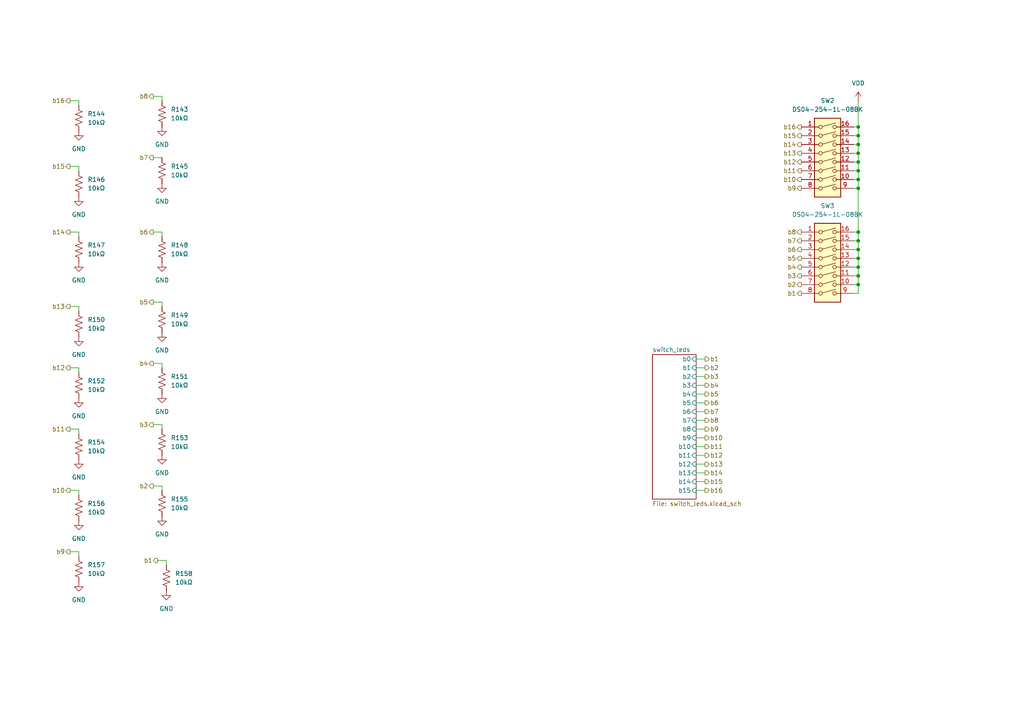
<source format=kicad_sch>
(kicad_sch (version 20231120) (generator "eeschema") (generator_version "8.0")
  (paper "A4")
  (lib_symbols
    (symbol "CMPE2750:0402WGJ0103TCE" (pin_numbers hide) (pin_names (offset 0))
      (property "Reference" "R" (at 2.54 0 90))
      (property "Value" "10kΩ" (at -2.54 0 90))
      (symbol "0402WGJ0103TCE_0_1"
        (polyline (pts (xy 0 -2.286) (xy 0 -2.54)))
        (polyline (pts (xy 0 2.286) (xy 0 2.54)))
        (polyline (pts (xy 0 -0.762) (xy 1.016 -1.143) (xy 0 -1.524) (xy -1.016 -1.905) (xy 0 -2.286)))
        (polyline (pts (xy 0 0.762) (xy 1.016 0.381) (xy 0 0) (xy -1.016 -0.381) (xy 0 -0.762)))
        (polyline (pts (xy 0 2.286) (xy 1.016 1.905) (xy 0 1.524) (xy -1.016 1.143) (xy 0 0.762)))
      )
      (symbol "0402WGJ0103TCE_1_1"
        (pin passive line (at 0 3.81 270) (length 1.27) (name "~") (number "1"))
        (pin passive line (at 0 -3.81 90) (length 1.27) (name "~") (number "2"))
      )
    )
    (symbol "Switch:SW_DIP_x08" (pin_names (offset 0) hide)
      (property "Reference" "SW" (at 0 13.97 0))
      (property "Value" "SW_DIP_x08" (at 0 -11.43 0))
      (symbol "SW_DIP_x08_0_0"
        (circle (center -2.032 -7.62) (radius 0.508))
        (circle (center -2.032 -5.08) (radius 0.508))
        (circle (center -2.032 -2.54) (radius 0.508))
        (circle (center -2.032 0) (radius 0.508))
        (circle (center -2.032 2.54) (radius 0.508))
        (circle (center -2.032 5.08) (radius 0.508))
        (circle (center -2.032 7.62) (radius 0.508))
        (circle (center -2.032 10.16) (radius 0.508))
        (polyline (pts (xy -1.524 -7.4676) (xy 2.3622 -6.4262)))
        (polyline (pts (xy -1.524 -4.9276) (xy 2.3622 -3.8862)))
        (polyline (pts (xy -1.524 -2.3876) (xy 2.3622 -1.3462)))
        (polyline (pts (xy -1.524 0.127) (xy 2.3622 1.1684)))
        (polyline (pts (xy -1.524 2.667) (xy 2.3622 3.7084)))
        (polyline (pts (xy -1.524 5.207) (xy 2.3622 6.2484)))
        (polyline (pts (xy -1.524 7.747) (xy 2.3622 8.7884)))
        (polyline (pts (xy -1.524 10.287) (xy 2.3622 11.3284)))
        (circle (center 2.032 -7.62) (radius 0.508))
        (circle (center 2.032 -5.08) (radius 0.508))
        (circle (center 2.032 -2.54) (radius 0.508))
        (circle (center 2.032 0) (radius 0.508))
        (circle (center 2.032 2.54) (radius 0.508))
        (circle (center 2.032 5.08) (radius 0.508))
        (circle (center 2.032 7.62) (radius 0.508))
        (circle (center 2.032 10.16) (radius 0.508))
      )
      (symbol "SW_DIP_x08_0_1"
        (rectangle (start -3.81 12.7) (end 3.81 -10.16) (stroke (width 0.254)) (fill (type background)))
      )
      (symbol "SW_DIP_x08_1_1"
        (pin passive line (at -7.62 10.16 0) (length 5.08) (name "~") (number "1"))
        (pin passive line (at 7.62 -5.08 180) (length 5.08) (name "~") (number "10"))
        (pin passive line (at 7.62 -2.54 180) (length 5.08) (name "~") (number "11"))
        (pin passive line (at 7.62 0 180) (length 5.08) (name "~") (number "12"))
        (pin passive line (at 7.62 2.54 180) (length 5.08) (name "~") (number "13"))
        (pin passive line (at 7.62 5.08 180) (length 5.08) (name "~") (number "14"))
        (pin passive line (at 7.62 7.62 180) (length 5.08) (name "~") (number "15"))
        (pin passive line (at 7.62 10.16 180) (length 5.08) (name "~") (number "16"))
        (pin passive line (at -7.62 7.62 0) (length 5.08) (name "~") (number "2"))
        (pin passive line (at -7.62 5.08 0) (length 5.08) (name "~") (number "3"))
        (pin passive line (at -7.62 2.54 0) (length 5.08) (name "~") (number "4"))
        (pin passive line (at -7.62 0 0) (length 5.08) (name "~") (number "5"))
        (pin passive line (at -7.62 -2.54 0) (length 5.08) (name "~") (number "6"))
        (pin passive line (at -7.62 -5.08 0) (length 5.08) (name "~") (number "7"))
        (pin passive line (at -7.62 -7.62 0) (length 5.08) (name "~") (number "8"))
        (pin passive line (at 7.62 -7.62 180) (length 5.08) (name "~") (number "9"))
      )
    )
    (symbol "power:GND" (power) (pin_numbers hide) (pin_names (offset 0) hide)
      (property "Value" "GND" (at 0 -3.81 0))
      (symbol "GND_0_1"
        (polyline (pts (xy 0 0) (xy 0 -1.27) (xy 1.27 -1.27) (xy 0 -2.54) (xy -1.27 -1.27) (xy 0 -1.27)))
      )
      (symbol "GND_1_1"
        (pin power_in line (at 0 0 270) (length 0) (name "~") (number "1"))
      )
    )
    (symbol "power:VDD" (power) (pin_numbers hide) (pin_names (offset 0) hide)
      (property "Value" "VDD" (at 0 3.556 0))
      (symbol "VDD_0_1"
        (polyline (pts (xy -0.762 1.27) (xy 0 2.54)))
        (polyline (pts (xy 0 0) (xy 0 2.54)))
        (polyline (pts (xy 0 2.54) (xy 0.762 1.27)))
      )
      (symbol "VDD_1_1"
        (pin power_in line (at 0 0 90) (length 0) (name "~") (number "1"))
      )
    )
  )
  (junction (at 248.92 72.39))
  (junction (at 248.92 69.85))
  (junction (at 248.92 80.01))
  (junction (at 248.92 77.47))
  (junction (at 248.92 46.99))
  (junction (at 248.92 82.55))
  (junction (at 248.92 41.91))
  (junction (at 248.92 36.83))
  (junction (at 248.92 74.93))
  (junction (at 248.92 44.45))
  (junction (at 248.92 54.61))
  (junction (at 248.92 39.37))
  (junction (at 248.92 52.07))
  (junction (at 248.92 67.31))
  (junction (at 248.92 49.53))
  (wire (pts (xy 247.65 44.45) (xy 248.92 44.45)))
  (wire (pts (xy 46.99 45.72) (xy 44.45 45.72)))
  (wire (pts (xy 22.86 143.51) (xy 22.86 142.24)))
  (wire (pts (xy 22.86 49.53) (xy 22.86 48.26)))
  (wire (pts (xy 247.65 74.93) (xy 248.92 74.93)))
  (wire (pts (xy 247.65 46.99) (xy 248.92 46.99)))
  (wire (pts (xy 204.47 116.84) (xy 201.93 116.84)))
  (wire (pts (xy 247.65 69.85) (xy 248.92 69.85)))
  (wire (pts (xy 247.65 49.53) (xy 248.92 49.53)))
  (wire (pts (xy 204.47 139.7) (xy 201.93 139.7)))
  (wire (pts (xy 46.99 142.24) (xy 46.99 140.97)))
  (wire (pts (xy 204.47 129.54) (xy 201.93 129.54)))
  (wire (pts (xy 22.86 107.95) (xy 22.86 106.68)))
  (wire (pts (xy 46.99 27.94) (xy 44.45 27.94)))
  (wire (pts (xy 248.92 67.31) (xy 248.92 69.85)))
  (wire (pts (xy 248.92 69.85) (xy 248.92 72.39)))
  (wire (pts (xy 22.86 90.17) (xy 22.86 88.9)))
  (wire (pts (xy 22.86 161.29) (xy 22.86 160.02)))
  (wire (pts (xy 248.92 80.01) (xy 248.92 82.55)))
  (wire (pts (xy 22.86 67.31) (xy 20.32 67.31)))
  (wire (pts (xy 248.92 82.55) (xy 248.92 85.09)))
  (wire (pts (xy 204.47 111.76) (xy 201.93 111.76)))
  (wire (pts (xy 22.86 124.46) (xy 20.32 124.46)))
  (wire (pts (xy 204.47 114.3) (xy 201.93 114.3)))
  (wire (pts (xy 22.86 29.21) (xy 20.32 29.21)))
  (wire (pts (xy 46.99 29.21) (xy 46.99 27.94)))
  (wire (pts (xy 248.92 36.83) (xy 248.92 39.37)))
  (wire (pts (xy 46.99 105.41) (xy 44.45 105.41)))
  (wire (pts (xy 48.26 162.56) (xy 45.72 162.56)))
  (wire (pts (xy 46.99 124.46) (xy 46.99 123.19)))
  (wire (pts (xy 247.65 39.37) (xy 248.92 39.37)))
  (wire (pts (xy 204.47 137.16) (xy 201.93 137.16)))
  (wire (pts (xy 247.65 77.47) (xy 248.92 77.47)))
  (wire (pts (xy 204.47 121.92) (xy 201.93 121.92)))
  (wire (pts (xy 46.99 87.63) (xy 44.45 87.63)))
  (wire (pts (xy 22.86 88.9) (xy 20.32 88.9)))
  (wire (pts (xy 204.47 134.62) (xy 201.93 134.62)))
  (wire (pts (xy 248.92 29.21) (xy 248.92 36.83)))
  (wire (pts (xy 22.86 30.48) (xy 22.86 29.21)))
  (wire (pts (xy 22.86 160.02) (xy 20.32 160.02)))
  (wire (pts (xy 247.65 67.31) (xy 248.92 67.31)))
  (wire (pts (xy 248.92 49.53) (xy 248.92 52.07)))
  (wire (pts (xy 204.47 109.22) (xy 201.93 109.22)))
  (wire (pts (xy 204.47 142.24) (xy 201.93 142.24)))
  (wire (pts (xy 248.92 72.39) (xy 248.92 74.93)))
  (wire (pts (xy 46.99 67.31) (xy 44.45 67.31)))
  (wire (pts (xy 204.47 124.46) (xy 201.93 124.46)))
  (wire (pts (xy 22.86 68.58) (xy 22.86 67.31)))
  (wire (pts (xy 248.92 46.99) (xy 248.92 49.53)))
  (wire (pts (xy 248.92 41.91) (xy 248.92 44.45)))
  (wire (pts (xy 204.47 104.14) (xy 201.93 104.14)))
  (wire (pts (xy 248.92 44.45) (xy 248.92 46.99)))
  (wire (pts (xy 48.26 163.83) (xy 48.26 162.56)))
  (wire (pts (xy 22.86 48.26) (xy 20.32 48.26)))
  (wire (pts (xy 204.47 127) (xy 201.93 127)))
  (wire (pts (xy 247.65 82.55) (xy 248.92 82.55)))
  (wire (pts (xy 247.65 41.91) (xy 248.92 41.91)))
  (wire (pts (xy 247.65 36.83) (xy 248.92 36.83)))
  (wire (pts (xy 248.92 85.09) (xy 247.65 85.09)))
  (wire (pts (xy 248.92 77.47) (xy 248.92 80.01)))
  (wire (pts (xy 22.86 142.24) (xy 20.32 142.24)))
  (wire (pts (xy 248.92 54.61) (xy 248.92 67.31)))
  (wire (pts (xy 247.65 80.01) (xy 248.92 80.01)))
  (wire (pts (xy 248.92 74.93) (xy 248.92 77.47)))
  (wire (pts (xy 247.65 52.07) (xy 248.92 52.07)))
  (wire (pts (xy 46.99 106.68) (xy 46.99 105.41)))
  (wire (pts (xy 247.65 72.39) (xy 248.92 72.39)))
  (wire (pts (xy 46.99 88.9) (xy 46.99 87.63)))
  (wire (pts (xy 22.86 125.73) (xy 22.86 124.46)))
  (wire (pts (xy 46.99 140.97) (xy 44.45 140.97)))
  (wire (pts (xy 204.47 132.08) (xy 201.93 132.08)))
  (wire (pts (xy 22.86 106.68) (xy 20.32 106.68)))
  (wire (pts (xy 248.92 39.37) (xy 248.92 41.91)))
  (wire (pts (xy 247.65 54.61) (xy 248.92 54.61)))
  (wire (pts (xy 204.47 106.68) (xy 201.93 106.68)))
  (wire (pts (xy 204.47 119.38) (xy 201.93 119.38)))
  (wire (pts (xy 248.92 52.07) (xy 248.92 54.61)))
  (wire (pts (xy 46.99 68.58) (xy 46.99 67.31)))
  (wire (pts (xy 46.99 123.19) (xy 44.45 123.19)))
  (hierarchical_label "b1" (shape output) (at 45.72 162.56 180))
  (hierarchical_label "b8" (shape output) (at 44.45 27.94 180))
  (hierarchical_label "b8" (shape output) (at 204.47 121.92 0))
  (hierarchical_label "b12" (shape output) (at 20.32 106.68 180))
  (hierarchical_label "b13" (shape output) (at 20.32 88.9 180))
  (hierarchical_label "b9" (shape output) (at 204.47 124.46 0))
  (hierarchical_label "b5" (shape output) (at 44.45 87.63 180))
  (hierarchical_label "b15" (shape output) (at 232.41 39.37 180))
  (hierarchical_label "b9" (shape output) (at 232.41 54.61 180))
  (hierarchical_label "b5" (shape output) (at 232.41 74.93 180))
  (hierarchical_label "b15" (shape output) (at 204.47 139.7 0))
  (hierarchical_label "b8" (shape output) (at 232.41 67.31 180))
  (hierarchical_label "b1" (shape output) (at 204.47 104.14 0))
  (hierarchical_label "b9" (shape output) (at 20.32 160.02 180))
  (hierarchical_label "b15" (shape output) (at 20.32 48.26 180))
  (hierarchical_label "b10" (shape output) (at 204.47 127 0))
  (hierarchical_label "b3" (shape output) (at 232.41 80.01 180))
  (hierarchical_label "b16" (shape output) (at 20.32 29.21 180))
  (hierarchical_label "b1" (shape output) (at 232.41 85.09 180))
  (hierarchical_label "b6" (shape output) (at 204.47 116.84 0))
  (hierarchical_label "b4" (shape output) (at 44.45 105.41 180))
  (hierarchical_label "b6" (shape output) (at 44.45 67.31 180))
  (hierarchical_label "b2" (shape output) (at 232.41 82.55 180))
  (hierarchical_label "b3" (shape output) (at 204.47 109.22 0))
  (hierarchical_label "b12" (shape output) (at 204.47 132.08 0))
  (hierarchical_label "b7" (shape output) (at 232.41 69.85 180))
  (hierarchical_label "b13" (shape output) (at 204.47 134.62 0))
  (hierarchical_label "b10" (shape output) (at 232.41 52.07 180))
  (hierarchical_label "b5" (shape output) (at 204.47 114.3 0))
  (hierarchical_label "b12" (shape output) (at 232.41 46.99 180))
  (hierarchical_label "b7" (shape output) (at 44.45 45.72 180))
  (hierarchical_label "b11" (shape output) (at 204.47 129.54 0))
  (hierarchical_label "b3" (shape output) (at 44.45 123.19 180))
  (hierarchical_label "b16" (shape output) (at 204.47 142.24 0))
  (hierarchical_label "b11" (shape output) (at 20.32 124.46 180))
  (hierarchical_label "b2" (shape output) (at 44.45 140.97 180))
  (hierarchical_label "b2" (shape output) (at 204.47 106.68 0))
  (hierarchical_label "b4" (shape output) (at 232.41 77.47 180))
  (hierarchical_label "b10" (shape output) (at 20.32 142.24 180))
  (hierarchical_label "b7" (shape output) (at 204.47 119.38 0))
  (hierarchical_label "b14" (shape output) (at 204.47 137.16 0))
  (hierarchical_label "b14" (shape output) (at 232.41 41.91 180))
  (hierarchical_label "b4" (shape output) (at 204.47 111.76 0))
  (hierarchical_label "b14" (shape output) (at 20.32 67.31 180))
  (hierarchical_label "b11" (shape output) (at 232.41 49.53 180))
  (hierarchical_label "b16" (shape output) (at 232.41 36.83 180))
  (hierarchical_label "b13" (shape output) (at 232.41 44.45 180))
  (hierarchical_label "b6" (shape output) (at 232.41 72.39 180))
  (symbol (lib_id "CMPE2750:0402WGJ0103TCE") (at 22.86 129.54 0) (unit 1)
    (property "Reference" "R154" (at 25.4 128.2699 0) (effects (justify left)))
    (property "Value" "10kΩ" (at 25.4 130.8099 0) (effects (justify left)))
    (property "Footprint" "Resistor_SMD:R_0402_1005Metric" (effects (hide yes)))
    (property "Datasheet" "0402WGJ0103TCE" (effects (hide yes)))
    (property "Description" "Resistor, US symbol" (effects (hide yes)))
  )
  (symbol (lib_id "power:GND") (at 22.86 115.57 0) (unit 1)
    (property "Reference" "#PWR0139" (effects (hide yes)))
    (property "Value" "GND" (at 22.86 120.65 0))
    (property "Description" "Power symbol creates a global label with name \"GND\" , ground" (effects (hide yes)))
  )
  (symbol (lib_id "CMPE2750:0402WGJ0103TCE") (at 46.99 33.02 0) (unit 1)
    (property "Reference" "R143" (at 49.53 31.7499 0) (effects (justify left)))
    (property "Value" "10kΩ" (at 49.53 34.2899 0) (effects (justify left)))
    (property "Footprint" "Resistor_SMD:R_0402_1005Metric" (effects (hide yes)))
    (property "Datasheet" "0402WGJ0103TCE" (effects (hide yes)))
    (property "Description" "Resistor, US symbol" (effects (hide yes)))
  )
  (symbol (lib_id "CMPE2750:0402WGJ0103TCE") (at 46.99 92.71 0) (unit 1)
    (property "Reference" "R149" (at 49.53 91.4399 0) (effects (justify left)))
    (property "Value" "10kΩ" (at 49.53 93.9799 0) (effects (justify left)))
    (property "Footprint" "Resistor_SMD:R_0402_1005Metric" (effects (hide yes)))
    (property "Datasheet" "0402WGJ0103TCE" (effects (hide yes)))
    (property "Description" "Resistor, US symbol" (effects (hide yes)))
  )
  (symbol (lib_id "CMPE2750:0402WGJ0103TCE") (at 22.86 72.39 0) (unit 1)
    (property "Reference" "R147" (at 25.4 71.1199 0) (effects (justify left)))
    (property "Value" "10kΩ" (at 25.4 73.6599 0) (effects (justify left)))
    (property "Footprint" "Resistor_SMD:R_0402_1005Metric" (effects (hide yes)))
    (property "Datasheet" "0402WGJ0103TCE" (effects (hide yes)))
    (property "Description" "Resistor, US symbol" (effects (hide yes)))
  )
  (symbol (lib_id "CMPE2750:0402WGJ0103TCE") (at 46.99 72.39 0) (unit 1)
    (property "Reference" "R148" (at 49.53 71.1199 0) (effects (justify left)))
    (property "Value" "10kΩ" (at 49.53 73.6599 0) (effects (justify left)))
    (property "Footprint" "Resistor_SMD:R_0402_1005Metric" (effects (hide yes)))
    (property "Datasheet" "0402WGJ0103TCE" (effects (hide yes)))
    (property "Description" "Resistor, US symbol" (effects (hide yes)))
  )
  (symbol (lib_id "CMPE2750:0402WGJ0103TCE") (at 46.99 110.49 0) (unit 1)
    (property "Reference" "R151" (at 49.53 109.2199 0) (effects (justify left)))
    (property "Value" "10kΩ" (at 49.53 111.7599 0) (effects (justify left)))
    (property "Footprint" "Resistor_SMD:R_0402_1005Metric" (effects (hide yes)))
    (property "Datasheet" "0402WGJ0103TCE" (effects (hide yes)))
    (property "Description" "Resistor, US symbol" (effects (hide yes)))
  )
  (symbol (lib_id "power:VDD") (at 248.92 29.21 0) (unit 1)
    (property "Reference" "#PWR0129" (effects (hide yes)))
    (property "Value" "VDD" (at 248.92 24.13 0))
    (property "Description" "Power symbol creates a global label with name \"VDD\"" (effects (hide yes)))
  )
  (symbol (lib_id "power:GND") (at 22.86 76.2 0) (unit 1)
    (property "Reference" "#PWR0134" (effects (hide yes)))
    (property "Value" "GND" (at 22.86 81.28 0))
    (property "Description" "Power symbol creates a global label with name \"GND\" , ground" (effects (hide yes)))
  )
  (symbol (lib_id "CMPE2750:0402WGJ0103TCE") (at 22.86 34.29 0) (unit 1)
    (property "Reference" "R144" (at 25.4 33.0199 0) (effects (justify left)))
    (property "Value" "10kΩ" (at 25.4 35.5599 0) (effects (justify left)))
    (property "Footprint" "Resistor_SMD:R_0402_1005Metric" (effects (hide yes)))
    (property "Datasheet" "0402WGJ0103TCE" (effects (hide yes)))
    (property "Description" "Resistor, US symbol" (effects (hide yes)))
  )
  (symbol (lib_id "CMPE2750:0402WGJ0103TCE") (at 46.99 128.27 0) (unit 1)
    (property "Reference" "R153" (at 49.53 126.9999 0) (effects (justify left)))
    (property "Value" "10kΩ" (at 49.53 129.5399 0) (effects (justify left)))
    (property "Footprint" "Resistor_SMD:R_0402_1005Metric" (effects (hide yes)))
    (property "Datasheet" "0402WGJ0103TCE" (effects (hide yes)))
    (property "Description" "Resistor, US symbol" (effects (hide yes)))
  )
  (symbol (lib_id "CMPE2750:0402WGJ0103TCE") (at 22.86 147.32 0) (unit 1)
    (property "Reference" "R156" (at 25.4 146.0499 0) (effects (justify left)))
    (property "Value" "10kΩ" (at 25.4 148.5899 0) (effects (justify left)))
    (property "Footprint" "Resistor_SMD:R_0402_1005Metric" (effects (hide yes)))
    (property "Datasheet" "0402WGJ0103TCE" (effects (hide yes)))
    (property "Description" "Resistor, US symbol" (effects (hide yes)))
  )
  (symbol (lib_id "CMPE2750:0402WGJ0103TCE") (at 48.26 167.64 0) (unit 1)
    (property "Reference" "R158" (at 50.8 166.3699 0) (effects (justify left)))
    (property "Value" "10kΩ" (at 50.8 168.9099 0) (effects (justify left)))
    (property "Footprint" "Resistor_SMD:R_0402_1005Metric" (effects (hide yes)))
    (property "Datasheet" "0402WGJ0103TCE" (effects (hide yes)))
    (property "Description" "Resistor, US symbol" (effects (hide yes)))
  )
  (symbol (lib_id "power:GND") (at 46.99 53.34 0) (unit 1)
    (property "Reference" "#PWR0132" (effects (hide yes)))
    (property "Value" "GND" (at 46.99 58.42 0))
    (property "Description" "Power symbol creates a global label with name \"GND\" , ground" (effects (hide yes)))
  )
  (symbol (lib_id "power:GND") (at 22.86 133.35 0) (unit 1)
    (property "Reference" "#PWR0141" (effects (hide yes)))
    (property "Value" "GND" (at 22.86 138.43 0))
    (property "Description" "Power symbol creates a global label with name \"GND\" , ground" (effects (hide yes)))
  )
  (symbol (lib_id "CMPE2750:0402WGJ0103TCE") (at 22.86 111.76 0) (unit 1)
    (property "Reference" "R152" (at 25.4 110.4899 0) (effects (justify left)))
    (property "Value" "10kΩ" (at 25.4 113.0299 0) (effects (justify left)))
    (property "Footprint" "Resistor_SMD:R_0402_1005Metric" (effects (hide yes)))
    (property "Datasheet" "0402WGJ0103TCE" (effects (hide yes)))
    (property "Description" "Resistor, US symbol" (effects (hide yes)))
  )
  (symbol (lib_id "power:GND") (at 22.86 151.13 0) (unit 1)
    (property "Reference" "#PWR0143" (effects (hide yes)))
    (property "Value" "GND" (at 22.86 156.21 0))
    (property "Description" "Power symbol creates a global label with name \"GND\" , ground" (effects (hide yes)))
  )
  (symbol (lib_id "power:GND") (at 46.99 114.3 0) (unit 1)
    (property "Reference" "#PWR0138" (effects (hide yes)))
    (property "Value" "GND" (at 46.99 119.38 0))
    (property "Description" "Power symbol creates a global label with name \"GND\" , ground" (effects (hide yes)))
  )
  (symbol (lib_id "power:GND") (at 46.99 132.08 0) (unit 1)
    (property "Reference" "#PWR0140" (effects (hide yes)))
    (property "Value" "GND" (at 46.99 137.16 0))
    (property "Description" "Power symbol creates a global label with name \"GND\" , ground" (effects (hide yes)))
  )
  (symbol (lib_id "CMPE2750:0402WGJ0103TCE") (at 22.86 53.34 0) (unit 1)
    (property "Reference" "R146" (at 25.4 52.0699 0) (effects (justify left)))
    (property "Value" "10kΩ" (at 25.4 54.6099 0) (effects (justify left)))
    (property "Footprint" "Resistor_SMD:R_0402_1005Metric" (effects (hide yes)))
    (property "Datasheet" "0402WGJ0103TCE" (effects (hide yes)))
    (property "Description" "Resistor, US symbol" (effects (hide yes)))
  )
  (symbol (lib_id "power:GND") (at 22.86 97.79 0) (unit 1)
    (property "Reference" "#PWR0137" (effects (hide yes)))
    (property "Value" "GND" (at 22.86 102.87 0))
    (property "Description" "Power symbol creates a global label with name \"GND\" , ground" (effects (hide yes)))
  )
  (symbol (lib_id "power:GND") (at 46.99 76.2 0) (unit 1)
    (property "Reference" "#PWR0135" (effects (hide yes)))
    (property "Value" "GND" (at 46.99 81.28 0))
    (property "Description" "Power symbol creates a global label with name \"GND\" , ground" (effects (hide yes)))
  )
  (symbol (lib_id "power:GND") (at 22.86 38.1 0) (unit 1)
    (property "Reference" "#PWR0131" (effects (hide yes)))
    (property "Value" "GND" (at 22.86 43.18 0))
    (property "Description" "Power symbol creates a global label with name \"GND\" , ground" (effects (hide yes)))
  )
  (symbol (lib_id "power:GND") (at 48.26 171.45 0) (unit 1)
    (property "Reference" "#PWR0145" (effects (hide yes)))
    (property "Value" "GND" (at 48.26 176.53 0))
    (property "Description" "Power symbol creates a global label with name \"GND\" , ground" (effects (hide yes)))
  )
  (symbol (lib_id "CMPE2750:0402WGJ0103TCE") (at 22.86 93.98 0) (unit 1)
    (property "Reference" "R150" (at 25.4 92.7099 0) (effects (justify left)))
    (property "Value" "10kΩ" (at 25.4 95.2499 0) (effects (justify left)))
    (property "Footprint" "Resistor_SMD:R_0402_1005Metric" (effects (hide yes)))
    (property "Datasheet" "0402WGJ0103TCE" (effects (hide yes)))
    (property "Description" "Resistor, US symbol" (effects (hide yes)))
  )
  (symbol (lib_id "CMPE2750:0402WGJ0103TCE") (at 46.99 49.53 0) (unit 1)
    (property "Reference" "R145" (at 49.53 48.2599 0) (effects (justify left)))
    (property "Value" "10kΩ" (at 49.53 50.7999 0) (effects (justify left)))
    (property "Footprint" "Resistor_SMD:R_0402_1005Metric" (effects (hide yes)))
    (property "Datasheet" "0402WGJ0103TCE" (effects (hide yes)))
    (property "Description" "Resistor, US symbol" (effects (hide yes)))
  )
  (symbol (lib_id "Switch:SW_DIP_x08") (at 240.03 77.47 0) (unit 1)
    (property "Reference" "SW3" (at 240.03 59.69 0))
    (property "Value" "DS04-254-1L-08BK" (at 240.03 62.23 0))
    (property "Footprint" "Package_DIP:DIP-16_W7.62mm" (effects (hide yes)))
    (property "Datasheet" "DS04-254-1L-08BK" (effects (hide yes)))
    (property "Description" "8x DIP Switch, Single Pole Single Throw (SPST) switch, small symbol" (effects (hide yes)))
  )
  (symbol (lib_id "Switch:SW_DIP_x08") (at 240.03 46.99 0) (unit 1)
    (property "Reference" "SW2" (at 240.03 29.21 0))
    (property "Value" "DS04-254-1L-08BK" (at 240.03 31.75 0))
    (property "Footprint" "Package_DIP:DIP-16_W7.62mm" (effects (hide yes)))
    (property "Datasheet" "DS04-254-1L-08BK" (effects (hide yes)))
    (property "Description" "8x DIP Switch, Single Pole Single Throw (SPST) switch, small symbol" (effects (hide yes)))
  )
  (symbol (lib_id "power:GND") (at 46.99 36.83 0) (unit 1)
    (property "Reference" "#PWR0130" (effects (hide yes)))
    (property "Value" "GND" (at 46.99 41.91 0))
    (property "Description" "Power symbol creates a global label with name \"GND\" , ground" (effects (hide yes)))
  )
  (symbol (lib_id "power:GND") (at 22.86 168.91 0) (unit 1)
    (property "Reference" "#PWR0144" (effects (hide yes)))
    (property "Value" "GND" (at 22.86 173.99 0))
    (property "Description" "Power symbol creates a global label with name \"GND\" , ground" (effects (hide yes)))
  )
  (symbol (lib_id "CMPE2750:0402WGJ0103TCE") (at 46.99 146.05 0) (unit 1)
    (property "Reference" "R155" (at 49.53 144.7799 0) (effects (justify left)))
    (property "Value" "10kΩ" (at 49.53 147.3199 0) (effects (justify left)))
    (property "Footprint" "Resistor_SMD:R_0402_1005Metric" (effects (hide yes)))
    (property "Datasheet" "0402WGJ0103TCE" (effects (hide yes)))
    (property "Description" "Resistor, US symbol" (effects (hide yes)))
  )
  (symbol (lib_id "power:GND") (at 46.99 96.52 0) (unit 1)
    (property "Reference" "#PWR0136" (effects (hide yes)))
    (property "Value" "GND" (at 46.99 101.6 0))
    (property "Description" "Power symbol creates a global label with name \"GND\" , ground" (effects (hide yes)))
  )
  (symbol (lib_id "CMPE2750:0402WGJ0103TCE") (at 22.86 165.1 0) (unit 1)
    (property "Reference" "R157" (at 25.4 163.8299 0) (effects (justify left)))
    (property "Value" "10kΩ" (at 25.4 166.3699 0) (effects (justify left)))
    (property "Footprint" "Resistor_SMD:R_0402_1005Metric" (effects (hide yes)))
    (property "Datasheet" "0402WGJ0103TCE" (effects (hide yes)))
    (property "Description" "Resistor, US symbol" (effects (hide yes)))
  )
  (symbol (lib_id "power:GND") (at 46.99 149.86 0) (unit 1)
    (property "Reference" "#PWR0142" (effects (hide yes)))
    (property "Value" "GND" (at 46.99 154.94 0))
    (property "Description" "Power symbol creates a global label with name \"GND\" , ground" (effects (hide yes)))
  )
  (symbol (lib_id "power:GND") (at 22.86 57.15 0) (unit 1)
    (property "Reference" "#PWR0133" (effects (hide yes)))
    (property "Value" "GND" (at 22.86 62.23 0))
    (property "Description" "Power symbol creates a global label with name \"GND\" , ground" (effects (hide yes)))
  )
  (sheet (at 189.23 102.87) (size 12.7 41.91) (stroke (width 0.1524))
    (property "Sheetname" "switch_leds" (at 189.23 102.1584 0) (effects (justify left bottom)))
    (property "Sheetfile" "switch_leds.kicad_sch" (at 189.23 145.3646 0) (effects (justify left top)))
    (pin "b10" input (at 201.93 129.54 0))
    (pin "b14" input (at 201.93 139.7 0))
    (pin "b11" input (at 201.93 132.08 0))
    (pin "b15" input (at 201.93 142.24 0))
    (pin "b12" input (at 201.93 134.62 0))
    (pin "b13" input (at 201.93 137.16 0))
    (pin "b9" input (at 201.93 127 0))
    (pin "b8" input (at 201.93 124.46 0))
    (pin "b4" input (at 201.93 114.3 0))
    (pin "b0" input (at 201.93 104.14 0))
    (pin "b7" input (at 201.93 121.92 0))
    (pin "b6" input (at 201.93 119.38 0))
    (pin "b3" input (at 201.93 111.76 0))
    (pin "b2" input (at 201.93 109.22 0))
    (pin "b1" input (at 201.93 106.68 0))
    (pin "b5" input (at 201.93 116.84 0))
  )
)
</source>
